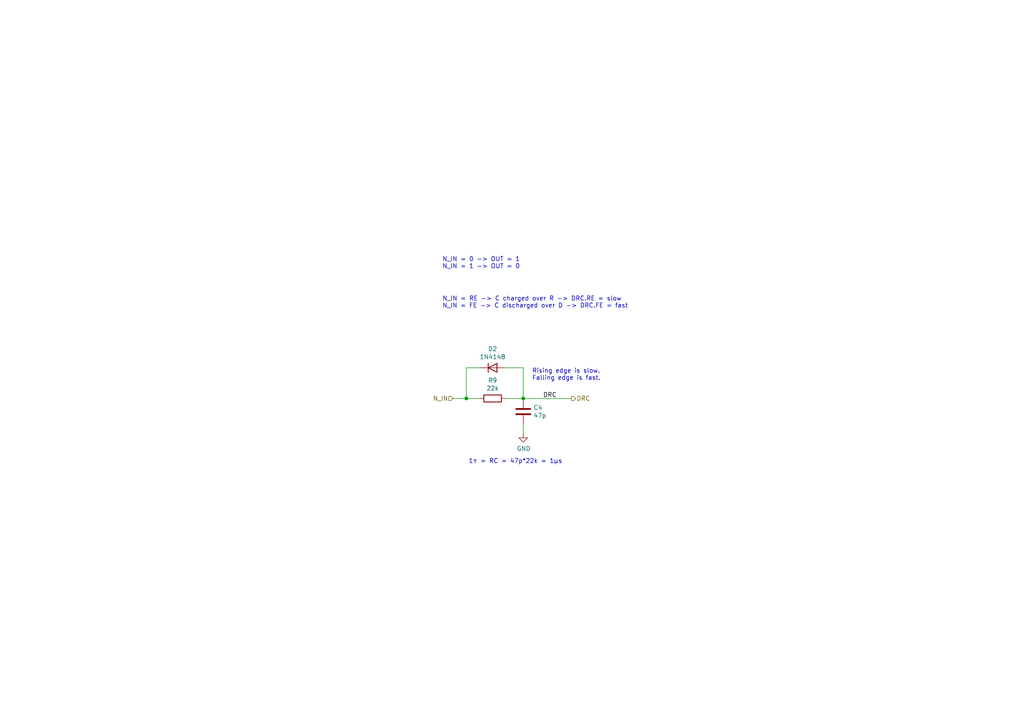
<source format=kicad_sch>
(kicad_sch (version 20211123) (generator eeschema)
  (paper "A4")
  (lib_symbols
    (symbol "Device:C" (pin_numbers hide) (pin_names (offset 0.254))
      (property "Reference" "C" (at 0.635 2.54 0))
      (property "Value" "C" (at 0.635 -2.54 0))
      (symbol "C_0_1"
        (polyline (pts (xy -2.032 -0.762) (xy 2.032 -0.762)) (stroke (width 0.508)))
        (polyline (pts (xy -2.032 0.762) (xy 2.032 0.762)) (stroke (width 0.508)))
      )
      (symbol "C_1_1"
        (pin passive line (at 0 3.81 270) (length 2.794) (name "~") (number "1"))
        (pin passive line (at 0 -3.81 90) (length 2.794) (name "~") (number "2"))
      )
    )
    (symbol "Device:R" (pin_numbers hide) (pin_names (offset 0))
      (property "Reference" "R" (at 2.032 0 90))
      (property "Value" "R" (at 0 0 90))
      (symbol "R_0_1"
        (rectangle (start -1.016 -2.54) (end 1.016 2.54) (stroke (width 0.254)))
      )
      (symbol "R_1_1"
        (pin passive line (at 0 3.81 270) (length 1.27) (name "~") (number "1"))
        (pin passive line (at 0 -3.81 90) (length 1.27) (name "~") (number "2"))
      )
    )
    (symbol "Diode:1N4148" (pin_numbers hide) (pin_names hide)
      (property "Reference" "D" (at 0 2.54 0))
      (property "Value" "1N4148" (at 0 -2.54 0))
      (symbol "1N4148_0_1"
        (polyline (pts (xy -1.27 1.27) (xy -1.27 -1.27)) (stroke (width 0.254)))
        (polyline (pts (xy 1.27 0) (xy -1.27 0)))
        (polyline (pts (xy 1.27 1.27) (xy 1.27 -1.27) (xy -1.27 0) (xy 1.27 1.27)) (stroke (width 0.254)))
      )
      (symbol "1N4148_1_1"
        (pin passive line (at -3.81 0 0) (length 2.54) (name "K") (number "1"))
        (pin passive line (at 3.81 0 180) (length 2.54) (name "A") (number "2"))
      )
    )
    (symbol "power:GND" (power) (pin_names (offset 0))
      (property "Value" "GND" (at 0 -3.81 0))
      (symbol "GND_0_1"
        (polyline (pts (xy 0 0) (xy 0 -1.27) (xy 1.27 -1.27) (xy 0 -2.54) (xy -1.27 -1.27) (xy 0 -1.27)))
      )
      (symbol "GND_1_1"
        (pin power_in line (at 0 0 270) (length 0) hide (name "GND") (number "1"))
      )
    )
  )
  (junction (at 135.255 115.57))
  (junction (at 151.765 115.57))
  (wire (pts (xy 146.685 106.68) (xy 151.765 106.68)))
  (wire (pts (xy 135.255 115.57) (xy 135.255 106.68)))
  (wire (pts (xy 151.765 115.57) (xy 165.735 115.57)))
  (wire (pts (xy 131.445 115.57) (xy 135.255 115.57)))
  (wire (pts (xy 151.765 115.57) (xy 146.685 115.57)))
  (wire (pts (xy 135.255 106.68) (xy 139.065 106.68)))
  (wire (pts (xy 151.765 123.19) (xy 151.765 125.73)))
  (wire (pts (xy 139.065 115.57) (xy 135.255 115.57)))
  (wire (pts (xy 151.765 106.68) (xy 151.765 115.57)))
  (text "Rising edge is slow.\nFalling edge is fast." (at 154.305 110.49 0) (effects (font (size 1.27 1.27)) (justify left bottom)))
  (text "N_IN = 0 -> OUT = 1\nN_IN = 1 -> OUT = 0\n" (at 128.27 78.105 0) (effects (font (size 1.27 1.27)) (justify left bottom)))
  (text "1τ = RC = 47p*22k = 1μs" (at 135.89 134.62 0) (effects (font (size 1.27 1.27)) (justify left bottom)))
  (text "N_IN = RE -> C charged over R -> DRC.RE = slow\nN_IN = FE -> C discharged over D -> DRC.FE = fast" (at 128.27 89.535 0) (effects (font (size 1.27 1.27)) (justify left bottom)))
  (label "DRC" (at 157.48 115.57 0))
  (hierarchical_label "N_IN" (shape input) (at 131.445 115.57 180))
  (hierarchical_label "DRC" (shape output) (at 165.735 115.57 0))
  (symbol (lib_id "Device:R") (at 142.875 115.57 270) (unit 1)
    (property "Reference" "R9" (at 142.875 110.3122 90))
    (property "Value" "22k" (at 142.875 112.6236 90))
    (property "Footprint" "Resistor_THT:R_Axial_DIN0207_L6.3mm_D2.5mm_P7.62mm_Horizontal" (effects hide))
  )
  (symbol (lib_id "Device:C") (at 151.765 119.38 0) (unit 1)
    (property "Reference" "C4" (at 154.686 118.2116 0) (effects (justify left)))
    (property "Value" "47p" (at 154.686 120.523 0) (effects (justify left)))
    (property "Footprint" "Capacitor_THT:C_Disc_D5.0mm_W2.5mm_P5.00mm" (effects hide))
  )
  (symbol (lib_id "Diode:1N4148") (at 142.875 106.68 0) (unit 1)
    (property "Reference" "D2" (at 142.875 101.1936 0))
    (property "Value" "1N4148" (at 142.875 103.505 0))
    (property "Footprint" "Diode_THT:D_DO-35_SOD27_P7.62mm_Horizontal" (effects hide))
    (property "Datasheet" "https://assets.nexperia.com/documents/data-sheet/1N4148_1N4448.pdf" (effects hide))
  )
  (symbol (lib_id "power:GND") (at 151.765 125.73 0) (unit 1)
    (property "Reference" "#PWR094" (effects hide))
    (property "Value" "GND" (at 151.892 130.1242 0))
  )
)
</source>
